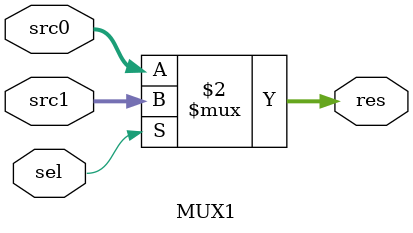
<source format=v>
`timescale 1ns / 1ps

`define ADD                 5'B00000    
`define SUB                 5'B00010   
`define SLT                 5'B00100
`define SLTU                5'B00101
`define AND                 5'B01001
`define OR                  5'B01010
`define XOR                 5'B01011
`define SLL                 5'B01110   
`define SRL                 5'B01111    
`define SRA                 5'B10000  
`define SRC0                5'B10001
`define SRC1                5'B10010

module CPU (
    input                   [ 0 : 0]            clk,
    input                   [ 0 : 0]            rst,

    input                   [ 0 : 0]            global_en,

/* ------------------------------ Memory (inst) ----------------------------- */
    output                  [31 : 0]            imem_raddr,
    input                   [31 : 0]            imem_rdata,

/* ------------------------------ Memory (data) ----------------------------- */
    input                   [31 : 0]            dmem_rdata,
    output                  [ 0 : 0]            dmem_we,
    output                  [31 : 0]            dmem_addr,
    output                  [31 : 0]            dmem_wdata,

/* ---------------------------------- Debug --------------------------------- */
    output                  [ 0 : 0]            commit,
    output                  [31 : 0]            commit_pc,
    output                  [31 : 0]            commit_inst,
    output                  [ 0 : 0]            commit_halt,
    output                  [ 0 : 0]            commit_reg_we,
    output                  [ 4 : 0]            commit_reg_wa,
    output                  [31 : 0]            commit_reg_wd,
    output                  [ 0 : 0]            commit_dmem_we,
    output                  [31 : 0]            commit_dmem_wa,
    output                  [31 : 0]            commit_dmem_wd,

    input                   [ 4 : 0]            debug_reg_ra,
    output                  [31 : 0]            debug_reg_rd
);

PC my_pc (
    .clk    (clk        ),
    .rst    (rst        ),
    .en     (global_en  ),    // 当 global_en 为高电平时，PC 才会更新，CPU 才会执行指令。
    .npc    (cur_npc    ),
    .pc     (cur_pc     )
);




endmodule



module DECODER(
    input                   [31 : 0]            inst,

    output  reg             [ 4 : 0]            alu_op,
    output  reg             [31 : 0]            imm,

    output                  [ 4 : 0]            rf_ra0,
    output                  [ 4 : 0]            rf_ra1,
    output                  [ 4 : 0]            rf_wa,
    output  reg             [ 0 : 0]            rf_we,

    output  reg             [ 0 : 0]            alu_src0_sel,
    output  reg             [ 0 : 0]            alu_src1_sel
);

wire [6:0] opcode;
wire [6:0] funct7;
wire [2:0] funct3;
wire [9:0] funct;

assign opcode=inst[6:0];
assign funct3=inst[14:12];
assign funct7=inst[31:25];
assign funct={funct3[2:0],funct7[6:0]};

//register
assign rf_wa=inst[11:7];
assign rf_ra0=inst[19:15];
assign rf_ra1=inst[24:20];

//imm
always @(*) begin
    case (opcode)
        7'b0010011: imm={{20{inst[31]}},inst[31:20]};//I type
        7'b0110111: imm={inst[31:12],12'b0};//U type lui
        7'b0010111: imm={inst[31:12],12'b0};//U type auipc
        default: imm=32'b0;
    endcase
end

always @(*) begin
    if (opcode==7'b0110011) begin
        case (funct)
            10'b000_0000000: alu_op=5'B00000;//add
            10'b000_0100000: alu_op=5'B00010;//sub
            10'b001_0000000: alu_op=5'B01110;//sll
            10'b010_0000000: alu_op=5'B00100;//slt
            10'b011_0000000: alu_op=5'B00101;//sltu
            10'b100_0000000: alu_op=5'B01011;//xor
            10'b101_0000000: alu_op=5'B01111;//srl
            10'b101_0100000: alu_op=5'B10000;//sra
            10'b110_0000000: alu_op=5'B01010;//or
            10'b111_0000000: alu_op=5'B01001;//and
            default:alu_op=5'b11111; 
        endcase
    end
    else if (opcode==7'b0010011) begin
        case (funct3)
            3'b000:alu_op=5'B00000;//addi
            3'b001:alu_op=5'B01110;//slli
            3'b010:alu_op=5'B00100;//slti
            3'b011:alu_op=5'B00101;//sltiu
            3'b100:alu_op=5'B01011;//xori
            3'b101:if(funct7==7'b0000000)begin
                alu_op=5'B01111;//srli
            end
            else begin
                alu_op=5'B10000;//srai
            end
            3'b110:alu_op=5'B01010;//ori
            3'b111:alu_op=5'B01001;//andi
            default: alu_op=5'b11111;
        endcase
    end
    else begin
        alu_op=5'B00000;//else to add
    end
end
//alu_src0_sel=0,来自ra0,alu_src0_sel=1,来自PC。alu_src1_sel=0,来自ra1,alu_src0_sel=1,来自imm
always @(*) begin
    case (opcode)
        7'b0110011: alu_src0_sel=0; //R-type
        7'b0010011: alu_src0_sel=0; //I-type
        7'b0010111: alu_src0_sel=1; //auipc
        7'b0110111: alu_src0_sel=0; //lui
        default: alu_src0_sel=0;
    endcase
end

always @(*) begin
    case (opcode)
        7'b0110011: alu_src1_sel=0;//R-type
        7'b0010011: alu_src1_sel=1;//I-type
        7'b0010111: alu_src1_sel=1;//auipc
        7'b0110111: alu_src1_sel=1;//lui
        default: alu_src1_sel=0;
    endcase
end

//rf_we
always @(*) begin
    case (opcode)
        7'b0110011: rf_we=1;//R-type
        7'b0010011: rf_we=1;//I-type
        7'b0010111: rf_we=1;//auipc
        7'b0110111: rf_we=1;//lui
        default: rf_we=1;
    endcase
end

endmodule

module PC (
    input                   [ 0 : 0]            clk,
    input                   [ 0 : 0]            rst,
    input                   [ 0 : 0]            en,
    input                   [31 : 0]            npc,

    output      reg         [31 : 0]            pc
);


always @(posedge clk) begin
    if(en==1)begin
        if (rst)
            pc <= 32'h00400000; 
        else
            pc <= npc;     
    end
end

endmodule


module ALU (
    input                   [31 : 0]            alu_src0,
    input                   [31 : 0]            alu_src1,
    input                   [ 4 : 0]            alu_op,

    output      reg         [31 : 0]            alu_res
);
    always @(*) begin
        case(alu_op)
            `ADD :
                alu_res = alu_src0 + alu_src1;
            `SUB :
                alu_res = alu_src0 - alu_src1;
            `SLT :
                alu_res = ($signed(alu_src0) < $signed(alu_src1)) ? 32'b1 : 32'b0;
            `SLTU :
                alu_res = (alu_src0 < alu_src1) ? 32'b1 : 32'b0;
            `AND :
                alu_res = alu_src0 & alu_src1;
            `OR :
                alu_res = alu_src0 | alu_src1;
            `XOR :
                alu_res = alu_src0 ^ alu_src1;
            `SLL :
                alu_res = alu_src0 << alu_src1;
            `SRL :
                alu_res = alu_src0 >> alu_src1;
            `SRA :
                alu_res = $signed(alu_src0) >>> $signed(alu_src1);
            `SRC0 :
                alu_res = alu_src0;
            `SRC1 :
                alu_res = alu_src1;
            default :
                alu_res = 32'H0;
        endcase
    end
endmodule

module REG_FILE (
    input                   [ 0 : 0]        clk,

    input                   [ 4 : 0]        rf_ra0,
    input                   [ 4 : 0]        rf_ra1,   
    input                   [ 4 : 0]        rf_wa,
    input                   [ 0 : 0]        rf_we,
    input                   [31 : 0]        rf_wd,

    output                  [31 : 0]        rf_rd0,
    output                  [31 : 0]        rf_rd1,

    input                   [ 4 : 0]        debug_reg_ra,
    output                  [31 : 0]        debug_reg_rd
);

    reg [31 : 0] reg_file [0 : 31];

    // 用于初始化寄存器
    integer i;
    initial begin
        for (i = 0; i < 32; i = i + 1)
            reg_file[i] = 0;
    end

    assign rf_rd0=reg_file[rf_ra0];
    assign rf_rd1=reg_file[rf_ra1];
    assign debug_reg_rd=reg_file[debug_reg_ra];

    always @(posedge clk) begin
        if (rf_we) begin
            reg_file[rf_wa] <= rf_wd;
        end
        reg_file[5'b0]<=32'b0;
    end

endmodule

module MUX1 # (
    parameter               WIDTH                   = 32
)(
    input                   [WIDTH-1 : 0]           src0, src1,
    input                   [      0 : 0]           sel,

    output                  [WIDTH-1 : 0]           res
);

    assign res = sel ? src1 : src0;

endmodule



</source>
